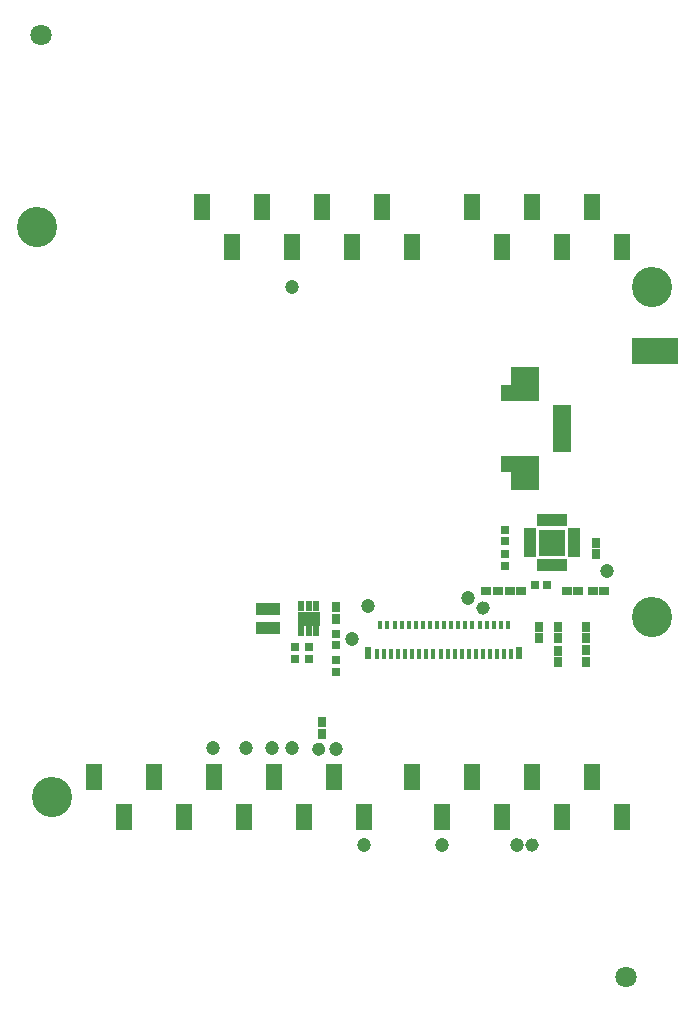
<source format=gts>
G04*
G04 #@! TF.GenerationSoftware,Altium Limited,Altium Designer,19.0.15 (446)*
G04*
G04 Layer_Color=8388736*
%FSLAX44Y44*%
%MOMM*%
G71*
G01*
G75*
%ADD34C,0.6096*%
%ADD35R,2.0032X1.0032*%
%ADD36C,1.2032*%
%ADD37R,2.2032X2.2032*%
%ADD38R,1.0032X0.4732*%
%ADD39R,0.4732X1.0032*%
%ADD40R,0.8032X0.8532*%
%ADD41C,0.4032*%
%ADD42R,1.4732X2.2332*%
%ADD43R,0.8032X0.8032*%
%ADD44R,0.8032X0.8032*%
%ADD45R,0.5532X0.8532*%
%ADD46R,1.9532X1.2632*%
%ADD47R,0.8532X0.8032*%
%ADD48R,4.0032X2.2332*%
%ADD49R,3.3032X1.4532*%
%ADD50R,2.4032X1.8032*%
%ADD51R,1.6032X0.5032*%
%ADD52R,0.4532X0.7232*%
%ADD53R,0.4532X0.9232*%
%ADD54R,0.5032X1.0532*%
%ADD55C,1.8000*%
%ADD56C,3.4032*%
%ADD57C,0.7032*%
D34*
X241594Y-201055D02*
G03*
X241594Y-201055I-2794J0D01*
G01*
X380769Y-81400D02*
G03*
X380769Y-81400I-2794J0D01*
G01*
X422194Y-282175D02*
G03*
X422194Y-282175I-2794J0D01*
G01*
X409494Y-282405D02*
G03*
X409494Y-282405I-2794J0D01*
G01*
Y-281846D02*
G03*
X409494Y-281846I-2794J0D01*
G01*
D35*
X195600Y-98600D02*
D03*
Y-82600D02*
D03*
D36*
X280900Y-80000D02*
D03*
X266850Y-107910D02*
D03*
X177200Y-200400D02*
D03*
X149600D02*
D03*
X277200Y-282000D02*
D03*
X365432Y-73000D02*
D03*
X215850Y190000D02*
D03*
X199000Y-200400D02*
D03*
X216400Y-200312D02*
D03*
X253300Y-200656D02*
D03*
X343000Y-282000D02*
D03*
X482799Y-50264D02*
D03*
D37*
X436300Y-26000D02*
D03*
D38*
X417300Y-36000D02*
D03*
Y-31000D02*
D03*
Y-26000D02*
D03*
Y-21000D02*
D03*
Y-16000D02*
D03*
X455300D02*
D03*
Y-21000D02*
D03*
Y-26000D02*
D03*
Y-31000D02*
D03*
Y-36000D02*
D03*
D39*
X426300Y-7000D02*
D03*
X431300D02*
D03*
X436300D02*
D03*
X441300D02*
D03*
X446300D02*
D03*
Y-45000D02*
D03*
X441300D02*
D03*
X436300D02*
D03*
X431300D02*
D03*
X426300D02*
D03*
D40*
X241463Y-178250D02*
D03*
Y-187750D02*
D03*
X441054Y-117836D02*
D03*
Y-127336D02*
D03*
X441090Y-97250D02*
D03*
Y-106750D02*
D03*
X473300Y-35850D02*
D03*
Y-26350D02*
D03*
X253300Y-90450D02*
D03*
Y-80950D02*
D03*
X425500Y-106850D02*
D03*
Y-97350D02*
D03*
X465000Y-126924D02*
D03*
Y-117424D02*
D03*
X465000Y-97250D02*
D03*
Y-106750D02*
D03*
D41*
X238800Y-204204D02*
D03*
Y-197956D02*
D03*
X381124Y-81400D02*
D03*
X374876D02*
D03*
X419400Y-285324D02*
D03*
Y-279076D02*
D03*
X406700Y-285504D02*
D03*
Y-278747D02*
D03*
D42*
X48250Y-224150D02*
D03*
X73650Y-258450D02*
D03*
X99050Y-224150D02*
D03*
X124450Y-258450D02*
D03*
X149850Y-224150D02*
D03*
X175250Y-258450D02*
D03*
X200650Y-224150D02*
D03*
X226050Y-258450D02*
D03*
X276850D02*
D03*
X251450Y-224150D02*
D03*
X469900D02*
D03*
X495300Y-258450D02*
D03*
X444500D02*
D03*
X419100Y-224150D02*
D03*
X393700Y-258450D02*
D03*
X368300Y-224150D02*
D03*
X342900Y-258450D02*
D03*
X317500Y-224150D02*
D03*
X495250Y224150D02*
D03*
X469850Y258450D02*
D03*
X444450Y224150D02*
D03*
X419050Y258450D02*
D03*
X368250D02*
D03*
X393650Y224150D02*
D03*
X165050D02*
D03*
X139650Y258450D02*
D03*
X190450D02*
D03*
X215850Y224150D02*
D03*
X241250Y258450D02*
D03*
X266650Y224150D02*
D03*
X292050Y258450D02*
D03*
X317450Y224150D02*
D03*
D43*
X218900Y-124400D02*
D03*
Y-114400D02*
D03*
X396500Y-15000D02*
D03*
Y-25000D02*
D03*
X396200Y-45600D02*
D03*
Y-35600D02*
D03*
X253500Y-135600D02*
D03*
Y-125600D02*
D03*
X230300Y-114500D02*
D03*
Y-124500D02*
D03*
X253300Y-113100D02*
D03*
Y-103100D02*
D03*
D44*
X432200Y-62400D02*
D03*
X422200D02*
D03*
D45*
X223900Y-101000D02*
D03*
X230400D02*
D03*
X236900D02*
D03*
Y-80000D02*
D03*
X230400D02*
D03*
X223900D02*
D03*
D46*
X230400Y-90500D02*
D03*
D47*
X448750Y-67200D02*
D03*
X458250D02*
D03*
X470950Y-67100D02*
D03*
X480450D02*
D03*
X410050Y-67400D02*
D03*
X400550D02*
D03*
X390250D02*
D03*
X380750D02*
D03*
D48*
X523199Y135899D02*
D03*
D49*
X408954Y100250D02*
D03*
Y40750D02*
D03*
D50*
X413454Y114500D02*
D03*
Y26500D02*
D03*
D51*
X444954Y88000D02*
D03*
Y83000D02*
D03*
Y78000D02*
D03*
Y73000D02*
D03*
Y68000D02*
D03*
Y63000D02*
D03*
Y53000D02*
D03*
Y58000D02*
D03*
D52*
X291000Y-96000D02*
D03*
X297000D02*
D03*
X303000D02*
D03*
X309000D02*
D03*
X315000D02*
D03*
X321000D02*
D03*
X327000D02*
D03*
X333000D02*
D03*
X339000D02*
D03*
X345000D02*
D03*
X351000D02*
D03*
X363000D02*
D03*
X369000D02*
D03*
X375000D02*
D03*
X381000D02*
D03*
X387000D02*
D03*
X393000D02*
D03*
X399000D02*
D03*
X357000D02*
D03*
D53*
X354000Y-120300D02*
D03*
X402000D02*
D03*
X396000D02*
D03*
X390000D02*
D03*
X384000D02*
D03*
X378000D02*
D03*
X372000D02*
D03*
X366000D02*
D03*
X360000D02*
D03*
X348000D02*
D03*
X342000D02*
D03*
X336000D02*
D03*
X330000D02*
D03*
X324000D02*
D03*
X318000D02*
D03*
X312000D02*
D03*
X306000D02*
D03*
X300000D02*
D03*
X294000D02*
D03*
X288000D02*
D03*
D54*
X408700Y-119650D02*
D03*
X280900D02*
D03*
D55*
X498600Y-394100D02*
D03*
X4000Y404000D02*
D03*
D56*
X12700Y-241300D02*
D03*
X0Y241300D02*
D03*
X520700Y-88900D02*
D03*
Y190500D02*
D03*
D57*
X441800Y-20500D02*
D03*
Y-31500D02*
D03*
X430800Y-20500D02*
D03*
Y-31500D02*
D03*
M02*

</source>
